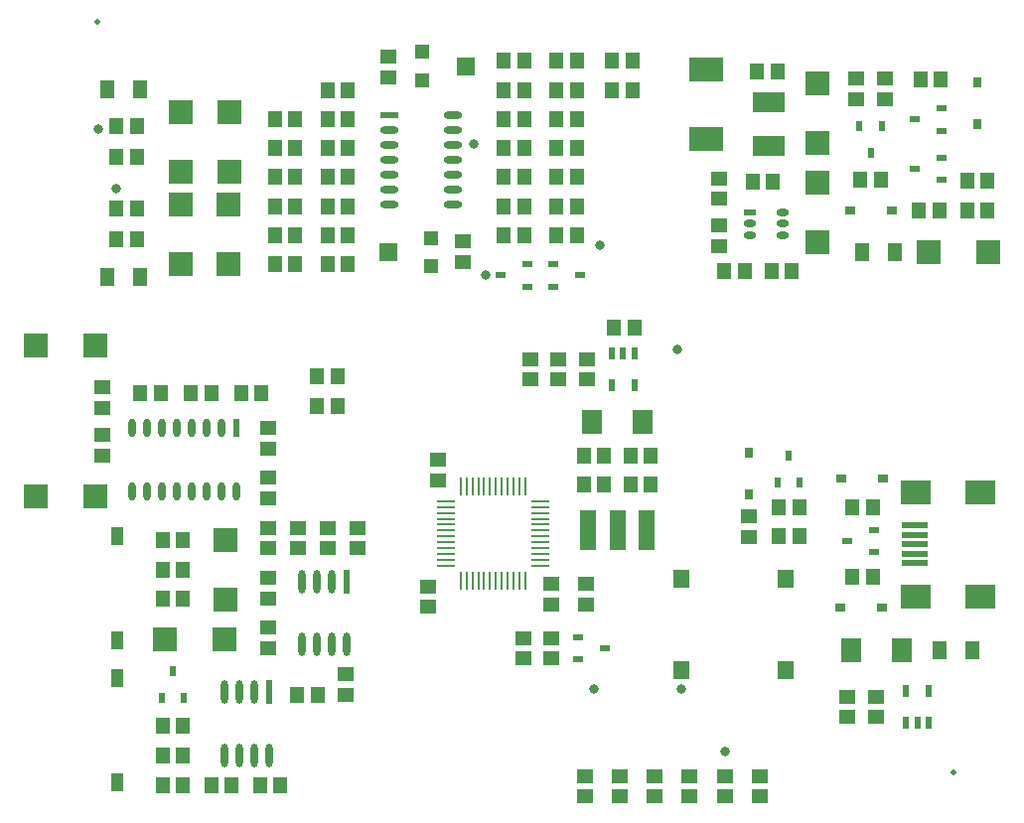
<source format=gtp>
G04 Layer_Color=8421504*
%FSLAX25Y25*%
%MOIN*%
G70*
G01*
G75*
%ADD10C,0.03150*%
%ADD11R,0.04331X0.05905*%
%ADD12R,0.04724X0.06496*%
%ADD13R,0.04528X0.05315*%
%ADD14R,0.07874X0.07874*%
%ADD15R,0.05315X0.04528*%
%ADD16R,0.05905X0.06299*%
%ADD17R,0.04724X0.04724*%
%ADD18R,0.07874X0.07874*%
%ADD19R,0.03543X0.02362*%
%ADD20R,0.06299X0.02362*%
%ADD21O,0.06299X0.02362*%
%ADD22R,0.11811X0.07874*%
%ADD23R,0.02362X0.03543*%
%ADD24R,0.03347X0.02953*%
%ADD25R,0.02953X0.03347*%
%ADD26O,0.04134X0.02362*%
%ADD27R,0.04134X0.02362*%
%ADD28R,0.11024X0.07087*%
%ADD29R,0.06693X0.07874*%
%ADD30R,0.05512X0.13386*%
%ADD31R,0.01968X0.03937*%
%ADD32R,0.05512X0.05905*%
%ADD33R,0.09842X0.07874*%
%ADD34R,0.09055X0.01968*%
%ADD35R,0.02362X0.07874*%
%ADD36O,0.02362X0.07874*%
%ADD37O,0.02362X0.06299*%
%ADD38R,0.02362X0.06299*%
%ADD39O,0.06102X0.00984*%
%ADD40O,0.00984X0.06102*%
%ADD41C,0.01968*%
D10*
X207874Y75394D02*
D03*
X237106D02*
D03*
X251772Y54331D02*
D03*
X235827Y189370D02*
D03*
X210039Y224213D02*
D03*
X171555Y214173D02*
D03*
X41437Y263386D02*
D03*
X47736Y243209D02*
D03*
X167717Y258169D02*
D03*
D11*
X48031Y78937D02*
D03*
Y43898D02*
D03*
Y126575D02*
D03*
Y91535D02*
D03*
D12*
X324016Y88287D02*
D03*
X335039D02*
D03*
X55512Y276575D02*
D03*
X44488D02*
D03*
X55512Y213779D02*
D03*
X44488D02*
D03*
X298031Y222047D02*
D03*
X309055D02*
D03*
D13*
X100787Y266732D02*
D03*
X107677D02*
D03*
X100787Y256968D02*
D03*
X107677D02*
D03*
X100787Y247205D02*
D03*
X107677D02*
D03*
Y237441D02*
D03*
X100787D02*
D03*
Y227677D02*
D03*
X107677D02*
D03*
X100787Y217913D02*
D03*
X107677D02*
D03*
X118453Y276433D02*
D03*
X125343D02*
D03*
Y266732D02*
D03*
X118453D02*
D03*
Y256968D02*
D03*
X125343D02*
D03*
Y247205D02*
D03*
X118453D02*
D03*
Y237441D02*
D03*
X125343D02*
D03*
Y227677D02*
D03*
X118453D02*
D03*
Y217913D02*
D03*
X125343D02*
D03*
X47638Y264370D02*
D03*
X54527D02*
D03*
X47638Y254134D02*
D03*
X54527D02*
D03*
X47638Y236614D02*
D03*
X54528D02*
D03*
X47638Y226279D02*
D03*
X54527D02*
D03*
X177559Y286319D02*
D03*
X184449D02*
D03*
X195276D02*
D03*
X202165D02*
D03*
X177559Y276433D02*
D03*
X184449D02*
D03*
Y266682D02*
D03*
X177559D02*
D03*
X184449Y256931D02*
D03*
X177559D02*
D03*
X202165Y276433D02*
D03*
X195276D02*
D03*
Y266682D02*
D03*
X202165D02*
D03*
Y256931D02*
D03*
X195276D02*
D03*
X213976Y286319D02*
D03*
X220866D02*
D03*
X213976Y276181D02*
D03*
X220866D02*
D03*
X202165Y247180D02*
D03*
X195276D02*
D03*
X202165Y237428D02*
D03*
X195276D02*
D03*
X202165Y227677D02*
D03*
X195276D02*
D03*
X184449Y247180D02*
D03*
X177559D02*
D03*
X184449Y237428D02*
D03*
X177559D02*
D03*
X184449Y227677D02*
D03*
X177559D02*
D03*
X251673Y215748D02*
D03*
X258563D02*
D03*
X274311D02*
D03*
X267421D02*
D03*
X268012Y245669D02*
D03*
X261122D02*
D03*
X297342Y246457D02*
D03*
X304232D02*
D03*
X324311Y279921D02*
D03*
X317421D02*
D03*
X340059Y246063D02*
D03*
X333169D02*
D03*
X323917Y235827D02*
D03*
X317028D02*
D03*
X340059D02*
D03*
X333169D02*
D03*
X262697Y282677D02*
D03*
X269587D02*
D03*
X204429Y153543D02*
D03*
X211319D02*
D03*
X220177D02*
D03*
X227067D02*
D03*
X211319Y144095D02*
D03*
X204429D02*
D03*
X227067D02*
D03*
X220177D02*
D03*
X221457Y196555D02*
D03*
X214567D02*
D03*
X301476Y136221D02*
D03*
X294587D02*
D03*
X276870Y126772D02*
D03*
X269980D02*
D03*
X276870Y136221D02*
D03*
X269980D02*
D03*
X301476Y112894D02*
D03*
X294587D02*
D03*
X63090Y42913D02*
D03*
X69980D02*
D03*
Y53018D02*
D03*
X63090D02*
D03*
X69980Y63123D02*
D03*
X63090D02*
D03*
X69980Y105512D02*
D03*
X63090D02*
D03*
X69980Y115354D02*
D03*
X63090D02*
D03*
Y125197D02*
D03*
X69980D02*
D03*
X108366Y73327D02*
D03*
X115256D02*
D03*
X79429Y42913D02*
D03*
X86319D02*
D03*
X95768D02*
D03*
X102657D02*
D03*
X89468Y174803D02*
D03*
X96358D02*
D03*
X79429D02*
D03*
X72539D02*
D03*
X62500D02*
D03*
X55610D02*
D03*
X121949Y170472D02*
D03*
X115059D02*
D03*
X121949Y180315D02*
D03*
X115059D02*
D03*
D14*
X69193Y248858D02*
D03*
Y268858D02*
D03*
X85728Y268858D02*
D03*
Y248858D02*
D03*
X69193Y218150D02*
D03*
Y238150D02*
D03*
X85335D02*
D03*
Y218150D02*
D03*
X283071Y225433D02*
D03*
Y245433D02*
D03*
Y258504D02*
D03*
Y278504D02*
D03*
X84252Y125354D02*
D03*
Y105354D02*
D03*
D15*
X138878Y280610D02*
D03*
Y287500D02*
D03*
X163854Y225594D02*
D03*
Y218705D02*
D03*
X204921Y46063D02*
D03*
Y39173D02*
D03*
X216634Y46063D02*
D03*
Y39173D02*
D03*
X228346Y46063D02*
D03*
Y39173D02*
D03*
X240059Y46063D02*
D03*
Y39173D02*
D03*
X251772Y46063D02*
D03*
Y39173D02*
D03*
X263484D02*
D03*
Y46063D02*
D03*
X250000Y246752D02*
D03*
Y239862D02*
D03*
Y231004D02*
D03*
Y224114D02*
D03*
X295965Y273327D02*
D03*
Y280217D02*
D03*
X305512Y273327D02*
D03*
Y280217D02*
D03*
X186614Y179232D02*
D03*
Y186122D02*
D03*
X196063Y179232D02*
D03*
Y186122D02*
D03*
X205512Y179232D02*
D03*
Y186122D02*
D03*
X292913Y72736D02*
D03*
Y65847D02*
D03*
X302658Y72736D02*
D03*
Y65847D02*
D03*
X184153Y85532D02*
D03*
Y92421D02*
D03*
X193701Y85532D02*
D03*
Y92421D02*
D03*
Y103642D02*
D03*
Y110531D02*
D03*
X205217Y103642D02*
D03*
Y110531D02*
D03*
X259941Y126476D02*
D03*
Y133366D02*
D03*
X124705Y73425D02*
D03*
Y80315D02*
D03*
X128740Y129429D02*
D03*
Y122539D02*
D03*
X118635Y129429D02*
D03*
Y122539D02*
D03*
X108530Y129429D02*
D03*
Y122539D02*
D03*
X98425Y129429D02*
D03*
Y122539D02*
D03*
X152362Y102854D02*
D03*
Y109744D02*
D03*
X98425Y89075D02*
D03*
Y95965D02*
D03*
X43012Y176673D02*
D03*
Y169783D02*
D03*
X42913Y153740D02*
D03*
Y160630D02*
D03*
X98425Y162894D02*
D03*
Y156004D02*
D03*
Y146161D02*
D03*
Y139272D02*
D03*
Y112697D02*
D03*
Y105807D02*
D03*
X155512Y152264D02*
D03*
Y145374D02*
D03*
D16*
X164862Y284449D02*
D03*
X138787Y221925D02*
D03*
D17*
X150295Y289173D02*
D03*
Y279724D02*
D03*
X153354Y217201D02*
D03*
Y226650D02*
D03*
D18*
X40709Y140059D02*
D03*
X20709D02*
D03*
X40709Y190551D02*
D03*
X20709D02*
D03*
X320315Y222047D02*
D03*
X340315D02*
D03*
X64016Y92126D02*
D03*
X84016D02*
D03*
D19*
X194193Y217913D02*
D03*
Y210433D02*
D03*
X203248Y214173D02*
D03*
X185531Y210433D02*
D03*
Y217913D02*
D03*
X176476Y214173D02*
D03*
X324606Y262795D02*
D03*
Y270276D02*
D03*
X315551Y266535D02*
D03*
X324606Y246260D02*
D03*
Y253740D02*
D03*
X315551Y250000D02*
D03*
X202658Y92716D02*
D03*
Y85236D02*
D03*
X211713Y88976D02*
D03*
X301870Y121161D02*
D03*
Y128642D02*
D03*
X292815Y124902D02*
D03*
D20*
X139126Y268150D02*
D03*
D21*
Y263150D02*
D03*
Y258150D02*
D03*
Y253150D02*
D03*
Y248150D02*
D03*
Y243150D02*
D03*
Y238150D02*
D03*
X160583Y268150D02*
D03*
Y263150D02*
D03*
Y258150D02*
D03*
Y253150D02*
D03*
Y248150D02*
D03*
Y243150D02*
D03*
Y238150D02*
D03*
D22*
X245669Y283465D02*
D03*
Y259842D02*
D03*
D23*
X304528Y264370D02*
D03*
X297047D02*
D03*
X300787Y255315D02*
D03*
X269587Y144685D02*
D03*
X277067D02*
D03*
X273327Y153740D02*
D03*
X62795Y72244D02*
D03*
X70276D02*
D03*
X66535Y81299D02*
D03*
D24*
X307776Y235827D02*
D03*
X293799D02*
D03*
X290453Y102756D02*
D03*
X304429D02*
D03*
X305020Y145866D02*
D03*
X291043D02*
D03*
D25*
X336614Y279035D02*
D03*
Y265059D02*
D03*
X259941Y140551D02*
D03*
Y154528D02*
D03*
D26*
X271161Y235236D02*
D03*
Y231496D02*
D03*
Y227756D02*
D03*
X260335D02*
D03*
Y231496D02*
D03*
D27*
Y235236D02*
D03*
D28*
X266535Y272244D02*
D03*
Y257677D02*
D03*
D29*
X224114Y164961D02*
D03*
X207185D02*
D03*
X294390Y88189D02*
D03*
X311319D02*
D03*
D30*
X225689Y128543D02*
D03*
X215846D02*
D03*
X206004D02*
D03*
D31*
X221457Y187992D02*
D03*
X217717D02*
D03*
X213976D02*
D03*
Y177362D02*
D03*
X221457D02*
D03*
X312697Y63976D02*
D03*
X316437D02*
D03*
X320177D02*
D03*
Y74606D02*
D03*
X312697D02*
D03*
D32*
X272146Y81595D02*
D03*
Y112303D02*
D03*
X237106Y81595D02*
D03*
Y112303D02*
D03*
D33*
X315846Y141437D02*
D03*
Y106398D02*
D03*
X337500D02*
D03*
Y141437D02*
D03*
D34*
X315453Y130217D02*
D03*
Y127067D02*
D03*
Y123917D02*
D03*
Y120768D02*
D03*
Y117619D02*
D03*
D35*
X98976Y74410D02*
D03*
X124961Y111417D02*
D03*
D36*
X83976Y74410D02*
D03*
X93976D02*
D03*
X88976D02*
D03*
X93976Y53150D02*
D03*
X83976D02*
D03*
X98976D02*
D03*
X88976D02*
D03*
X114961Y90158D02*
D03*
X124961D02*
D03*
X109961D02*
D03*
X119961D02*
D03*
X114961Y111417D02*
D03*
X119961D02*
D03*
X109961D02*
D03*
D37*
X52973Y141634D02*
D03*
X57973D02*
D03*
X62972D02*
D03*
X67972D02*
D03*
X72973D02*
D03*
X77973D02*
D03*
X82973D02*
D03*
X87972D02*
D03*
X52973Y163091D02*
D03*
X57973D02*
D03*
X62972D02*
D03*
X67972D02*
D03*
X72973D02*
D03*
X77973D02*
D03*
X82973D02*
D03*
D38*
X87972D02*
D03*
D39*
X189862Y116732D02*
D03*
Y118701D02*
D03*
Y120669D02*
D03*
Y122638D02*
D03*
Y124606D02*
D03*
Y126575D02*
D03*
Y128543D02*
D03*
Y130512D02*
D03*
Y132480D02*
D03*
Y134449D02*
D03*
Y136417D02*
D03*
Y138386D02*
D03*
X158169D02*
D03*
Y136417D02*
D03*
Y134449D02*
D03*
Y132480D02*
D03*
Y130512D02*
D03*
Y128543D02*
D03*
Y126575D02*
D03*
Y124606D02*
D03*
Y122638D02*
D03*
Y120669D02*
D03*
Y118701D02*
D03*
Y116732D02*
D03*
D40*
X184843Y143405D02*
D03*
X182874D02*
D03*
X180905D02*
D03*
X178937D02*
D03*
X176969D02*
D03*
X175000D02*
D03*
X173031D02*
D03*
X171063D02*
D03*
X169095D02*
D03*
X167126D02*
D03*
X165157D02*
D03*
X163189D02*
D03*
Y111713D02*
D03*
X165157D02*
D03*
X167126D02*
D03*
X169095D02*
D03*
X171063D02*
D03*
X173031D02*
D03*
X175000D02*
D03*
X176969D02*
D03*
X178937D02*
D03*
X180905D02*
D03*
X182874D02*
D03*
X184843D02*
D03*
D41*
X328740Y47244D02*
D03*
X41339Y299213D02*
D03*
M02*

</source>
